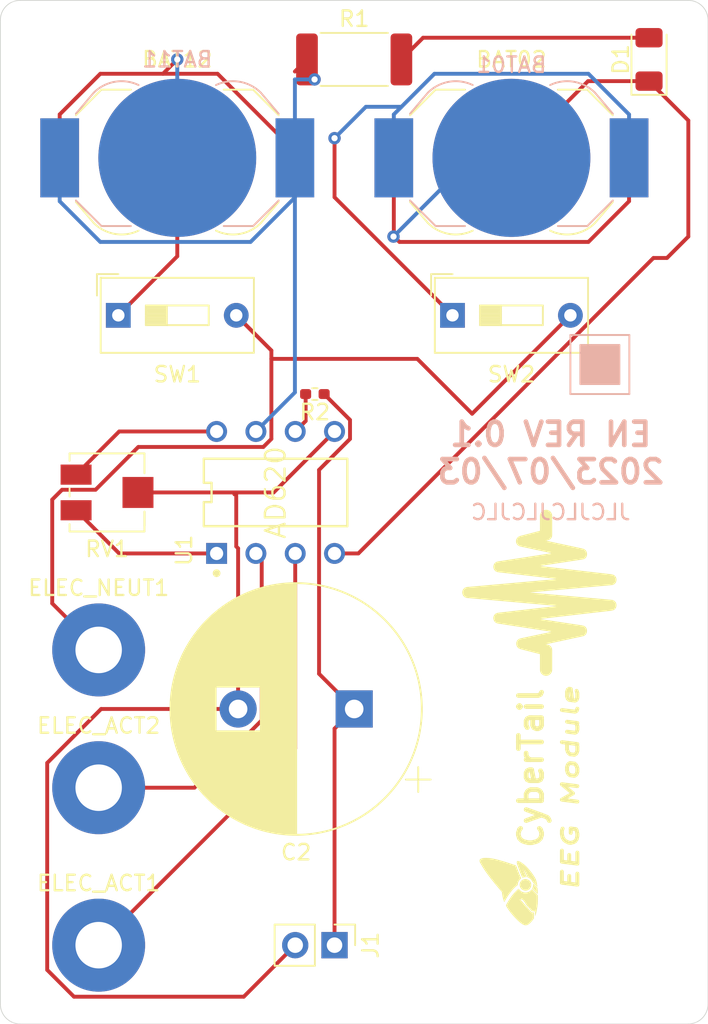
<source format=kicad_pcb>
(kicad_pcb (version 20211014) (generator pcbnew)
  (layers (0 "F.Cu" signal) (31 "B.Cu" signal) (34 "B.Paste" user) (35 "F.Paste" user) (36 "B.SilkS" user "B.Silkscreen") (37 "F.SilkS" user "F.Silkscreen") (38 "B.Mask" user) (39 "F.Mask" user) (44 "Edge.Cuts" user))
  (net 0 "")
  (net 1 "GND")
  (net 2 "Net-(C2-Pad1)")
  (net 3 "Net-(D1-Pad2)")
  (net 4 "Net-(ELEC_ACT1-Pad1)")
  (net 5 "Net-(ELEC_ACT2-Pad1)")
  (net 6 "GND2")
  (net 7 "Net-(R2-Pad2)")
  (net 8 "Net-(RV1-Pad3)")
  (net 9 "Net-(RV1-Pad1)")
  (net 10 "Net-(BAT01-Pad2)")
  (net 11 "Net-(BAT01-Pad1)")
  (net 12 "Net-(BAT02-Pad2)")
  (net 13 "Net-(BAT11-Pad2)")
  (net 14 "Net-(BAT11-Pad1)")
  (net 15 "Net-(BAT12-Pad2)")
  (footprint "Battery:BatteryHolder_LINX_BAT-HLD-012-SMT" (layer "F.Cu") (at 24.13 22.86)
    (fp_text reference "BAT12")
    (fp_text value "3V")
  )
  (footprint "Battery:BatteryHolder_LINX_BAT-HLD-012-SMT" (layer "F.Cu") (at 45.72 22.86)
    (fp_text reference "BAT02")
    (fp_text value "3V")
  )
  (footprint "Capacitor_THT:CP_Radial_D16.0mm_P7.50mm" (layer "F.Cu") (at 35.56 58.42 180)
    (fp_text reference "C2")
    (fp_text value "4.7 uF")
  )
  (footprint "LED_SMD:LED_1206_3216Metric" (layer "F.Cu") (at 54.61 16.51 90)
    (fp_text reference "D1")
    (fp_text value "LED")
  )
  (footprint "MountingHole:MountingHole_3mm_Pad" (layer "F.Cu") (at 19.05 73.66)
    (fp_text reference "ELEC_ACT1")
    (fp_text value "Electrode")
  )
  (footprint "MountingHole:MountingHole_3mm_Pad" (layer "F.Cu") (at 19.05 63.5)
    (fp_text reference "ELEC_ACT2")
    (fp_text value "Electrode")
  )
  (footprint "MountingHole:MountingHole_3mm_Pad" (layer "F.Cu") (at 19.05 54.61)
    (fp_text reference "ELEC_NEUT1")
    (fp_text value "Neutral")
  )
  (footprint "Connector_PinHeader_2.54mm:PinHeader_1x02_P2.54mm_Vertical" (layer "F.Cu") (at 34.29 73.66 -90)
    (fp_text reference "J1")
    (fp_text value "Output")
  )
  (footprint "Resistor_SMD:R_2512_6332Metric_Pad1.40x3.35mm_HandSolder" (layer "F.Cu") (at 35.56 16.51)
    (fp_text reference "R1")
    (fp_text value "R")
  )
  (footprint "Resistor_SMD:R_0402_1005Metric_Pad0.72x0.64mm_HandSolder" (layer "F.Cu") (at 33.02 38.1 180)
    (fp_text reference "R2")
    (fp_text value "1.8K")
  )
  (footprint "Potentiometer_SMD:Potentiometer_Bourns_3214J_Horizontal" (layer "F.Cu") (at 19.59 44.45 180)
    (fp_text reference "RV1")
    (fp_text value "1000")
  )
  (footprint "Button_Switch_THT:SW_DIP_SPSTx01_Slide_9.78x4.72mm_W7.62mm_P2.54mm" (layer "F.Cu") (at 20.32 33.02)
    (fp_text reference "SW1")
    (fp_text value "SW_DIP_x01")
  )
  (footprint "Button_Switch_THT:SW_DIP_SPSTx01_Slide_9.78x4.72mm_W7.62mm_P2.54mm" (layer "F.Cu") (at 41.91 33.02)
    (fp_text reference "SW2")
    (fp_text value "SW_DIP_x01")
  )
  (footprint "AD620:Analog_Devices_Inc-N-8-0-0-0" (layer "F.Cu") (at 30.48 44.45 90)
    (fp_text reference "U1")
    (fp_text value "AD620")
  )
  (footprint "Battery:BatteryHolder_LINX_BAT-HLD-012-SMT" (layer "B.Cu") (at 45.72 22.86)
    (fp_text reference "BAT01")
    (fp_text value "3V")
  )
  (footprint "Battery:BatteryHolder_LINX_BAT-HLD-012-SMT" (layer "B.Cu") (at 24.13 22.86)
    (fp_text reference "BAT11")
    (fp_text value "3V")
  )
  (gr_line (start 49.53 38.1) (end 49.53 34.29) (layer "B.SilkS") (width 0.12))
  (gr_line (start 53.34 38.1) (end 49.53 38.1) (layer "B.SilkS") (width 0.12))
  (gr_line (start 49.53 34.29) (end 53.34 34.29) (layer "B.SilkS") (width 0.12))
  (gr_line (start 53.34 34.29) (end 53.34 38.1) (layer "B.SilkS") (width 0.12))
  (gr_poly (pts (xy 52.705 37.465) (xy 50.165 37.465) (xy 50.165 34.925) (xy 52.705 34.925)) (layer "B.SilkS") (width 0.1) (fill solid))
  (gr_poly (pts (xy 47.385541 69.881374) (xy 47.384994 69.881193) (xy 47.3841 69.880656) (xy 47.381308 69.87855) (xy 47.377239 69.875127) (xy 47.371967 69.870458) (xy 47.358107 69.857665) (xy 47.340319 69.840737) (xy 47.319192 69.820243) (xy 47.295317 69.796749) (xy 47.269283 69.770824) (xy 47.241681 69.743035) (xy 47.203722 69.704303) (xy 47.172199 69.671356) (xy 47.146254 69.643168) (xy 47.125029 69.618709) (xy 47.115918 69.607557) (xy 47.107665 69.596953) (xy 47.100163 69.586767) (xy 47.093305 69.576871) (xy 47.086983 69.567137) (xy 47.08109 69.557437) (xy 47.070162 69.537622) (xy 47.060621 69.520144) (xy 47.050373 69.503073) (xy 47.039443 69.48643) (xy 47.027852 69.470239) (xy 47.015625 69.454521) (xy 47.002784 69.439299) (xy 46.989352 69.424595) (xy 46.975352 69.410433) (xy 46.960807 69.396833) (xy 46.945741 69.383819) (xy 46.930176 69.371413) (xy 46.914135 69.359637) (xy 46.897641 69.348514) (xy 46.880718 69.338066) (xy 46.863389 69.328316) (xy 46.845675 69.319286) (xy 46.771289 69.28328) (xy 46.690177 69.104547) (xy 46.661966 69.043765) (xy 46.634709 68.98775) (xy 46.608739 68.937094) (xy 46.584391 68.89239) (xy 46.562 68.854231) (xy 46.5419 68.823212) (xy 46.532814 68.810564) (xy 46.524425 68.799923) (xy 46.516777 68.791364) (xy 46.509911 68.78496) (xy 46.508946 68.784204) (xy 46.508066 68.783594) (xy 46.507271 68.783129) (xy 46.506563 68.782812) (xy 46.505941 68.782643) (xy 46.505663 68.782615) (xy 46.505406 68.782625) (xy 46.505171 68.782673) (xy 46.504958 68.782758) (xy 46.504767 68.782882) (xy 46.504598 68.783045) (xy 46.504451 68.783246) (xy 46.504325 68.783485) (xy 46.504222 68.783764) (xy 46.504141 68.784082) (xy 46.504045 68.784835) (xy 46.504037 68.785747) (xy 46.504119 68.786819) (xy 46.50429 68.788052) (xy 46.504551 68.789447) (xy 46.504902 68.791007) (xy 46.505344 68.792732) (xy 46.505876 68.794623) (xy 46.5065 68.796683) (xy 46.507215 68.798912) (xy 46.50892 68.803885) (xy 46.510995 68.809552) (xy 46.513443 68.815925) (xy 46.516265 68.823015) (xy 46.519466 68.830832) (xy 46.523047 68.839388) (xy 46.551664 68.907889) (xy 46.580836 68.978767) (xy 46.595982 69.014992) (xy 46.615362 69.059978) (xy 46.636483 69.107997) (xy 46.656851 69.153321) (xy 46.674884 69.193461) (xy 46.689651 69.227366) (xy 46.699628 69.251462) (xy 46.702344 69.258716) (xy 46.70329 69.262178) (xy 46.703186 69.262531) (xy 46.702878 69.262882) (xy 46.702371 69.263228) (xy 46.701669 69.263571) (xy 46.699705 69.264242) (xy 46.697025 69.264892) (xy 46.693671 69.265517) (xy 46.689684 69.266112) (xy 46.685104 69.266674) (xy 46.679971 69.267199) (xy 46.674327 69.267684) (xy 46.668213 69.268124) (xy 46.661668 69.268516) (xy 46.654733 69.268856) (xy 46.639859 69.269364) (xy 46.623915 69.269618) (xy 46.605545 69.27004) (xy 46.587018 69.271022) (xy 46.568599 69.272531) (xy 46.550551 69.274535) (xy 46.53314 69.276999) (xy 46.51663 69.279891) (xy 46.501284 69.283177) (xy 46.487366 69.286824) (xy 46.474167 69.290478) (xy 46.462284 69.29338) (xy 46.451768 69.295525) (xy 46.447038 69.296311) (xy 46.442667 69.296905) (xy 46.438662 69.297307) (xy 46.43503 69.297516) (xy 46.431776 69.297531) (xy 46.428906 69.297351) (xy 46.426427 69.296976) (xy 46.424344 69.296405) (xy 46.422665 69.295637) (xy 46.421394 69.294672) (xy 46.415127 69.284542) (xy 46.404797 69.263139) (xy 46.37391 69.191566) (xy 46.332652 69.09005) (xy 46.284941 68.96869) (xy 46.234695 68.837585) (xy 46.185832 68.706833) (xy 46.14227 68.586532) (xy 46.107928 68.486781) (xy 46.097132 68.452918) (xy 46.088025 68.421784) (xy 46.080618 68.393303) (xy 46.074921 68.367401) (xy 46.070944 68.344001) (xy 46.068698 68.323031) (xy 46.068193 68.304413) (xy 46.06944 68.288074) (xy 46.070724 68.280735) (xy 46.07245 68.273938) (xy 46.074619 68.267672) (xy 46.077233 68.26193) (xy 46.080292 68.256701) (xy 46.083798 68.251975) (xy 46.087753 68.247744) (xy 46.092158 68.243999) (xy 46.097014 68.240729) (xy 46.102322 68.237926) (xy 46.108084 68.235579) (xy 46.114301 68.23368) (xy 46.128105 68.231188) (xy 46.143745 68.230374) (xy 46.150741 68.230631) (xy 46.1582 68.231396) (xy 46.17445 68.23442) (xy 46.192386 68.239385) (xy 46.211901 68.246228) (xy 46.232887 68.254888) (xy 46.255236 68.265302) (xy 46.27884 68.277408) (xy 46.303591 68.291145) (xy 46.329382 68.30645) (xy 46.356104 68.323262) (xy 46.38365 68.341518) (xy 46.411912 68.361157) (xy 46.440781 68.382116) (xy 46.47015 68.404333) (xy 46.499911 68.427747) (xy 46.529956 68.452296) (xy 46.570476 68.486846) (xy 46.610958 68.52301) (xy 46.651372 68.560753) (xy 46.691688 68.60004) (xy 46.731875 68.640835) (xy 46.771903 68.683103) (xy 46.811742 68.726809) (xy 46.85136 68.771918) (xy 46.890729 68.818393) (xy 46.929816 68.866201) (xy 46.968592 68.915305) (xy 47.007027 68.96567) (xy 47.045089 69.017262) (xy 47.082749 69.070044) (xy 47.119976 69.123982) (xy 47.15674 69.179041) (xy 47.181611 69.217446) (xy 47.204341 69.253764) (xy 47.225066 69.288346) (xy 47.243924 69.321546) (xy 47.26105 69.353718) (xy 47.276583 69.385215) (xy 47.290658 69.416389) (xy 47.303413 69.447595) (xy 47.314985 69.479186) (xy 47.325509 69.511515) (xy 47.335124 69.544934) (xy 47.343967 69.579799) (xy 47.352173 69.616461) (xy 47.35988 69.655274) (xy 47.367224 69.696592) (xy 47.374343 69.740767) (xy 47.386173 69.819015) (xy 47.389552 69.843879) (xy 47.39139 69.861095) (xy 47.391765 69.867272) (xy 47.391796 69.872059) (xy 47.391498 69.875631) (xy 47.390883 69.878164) (xy 47.389966 69.87983) (xy 47.388761 69.880804) (xy 47.387281 69.881261) (xy 47.385541 69.881374)) (layer "F.SilkS") (width 0.009071) (fill solid))
  (gr_poly (pts (xy 46.803083 71.205802) (xy 46.775409 71.174446) (xy 46.744096 71.136922) (xy 46.711579 71.096419) (xy 46.680292 71.056129) (xy 46.65267 71.019239) (xy 46.631147 70.98894) (xy 46.623434 70.977259) (xy 46.618158 70.968422) (xy 46.615625 70.962827) (xy 46.615481 70.961371) (xy 46.616137 70.960874) (xy 46.619022 70.963544) (xy 46.625674 70.971117) (xy 46.648208 70.998342) (xy 46.715661 71.082712) (xy 46.785288 71.171931) (xy 46.810539 71.205217) (xy 46.823881 71.223945) (xy 46.824275 71.224601) (xy 46.824587 71.225167) (xy 46.824821 71.225643) (xy 46.824977 71.226031) (xy 46.825056 71.226331) (xy 46.825059 71.226546) (xy 46.825033 71.226622) (xy 46.824989 71.226677) (xy 46.824926 71.22671) (xy 46.824846 71.226723) (xy 46.824632 71.226688) (xy 46.824347 71.226571) (xy 46.823994 71.226374) (xy 46.823574 71.226098) (xy 46.823088 71.225744) (xy 46.822537 71.225314) (xy 46.821246 71.224229) (xy 46.819713 71.222851) (xy 46.817948 71.22119) (xy 46.815961 71.219256) (xy 46.813764 71.217057) (xy 46.811367 71.214603) (xy 46.808781 71.211903) (xy 46.806016 71.208966) (xy 46.803083 71.205802)) (layer "F.SilkS") (width 0.009071) (fill solid))
  (gr_poly (pts (xy 46.277924 69.410112) (xy 46.262906 69.42514) (xy 46.248635 69.440628) (xy 46.235115 69.456571) (xy 46.222348 69.472961) (xy 46.210338 69.489792) (xy 46.199089 69.507056) (xy 46.188604 69.524747) (xy 46.178887 69.542859) (xy 46.169941 69.561383) (xy 46.161769 69.580314) (xy 46.154376 69.599644) (xy 46.147764 69.619367) (xy 46.141937 69.639476) (xy 46.136898 69.659965) (xy 46.132652 69.680825) (xy 46.129201 69.702051) (xy 46.117907 69.781263) (xy 46.045477 69.839271) (xy 45.998244 69.878862) (xy 45.949826 69.922834) (xy 45.900499 69.970834) (xy 45.850537 70.022505) (xy 45.800215 70.077494) (xy 45.749809 70.135444) (xy 45.699592 70.196003) (xy 45.64984 70.258814) (xy 45.600828 70.323523) (xy 45.55283 70.389775) (xy 45.506121 70.457215) (xy 45.460977 70.525488) (xy 45.417671 70.59424) (xy 45.376479 70.663115) (xy 45.337676 70.731759) (xy 45.301536 70.799817) (xy 45.294173 70.813933) (xy 45.287075 70.827103) (xy 45.280414 70.839039) (xy 45.27436 70.849453) (xy 45.269085 70.858057) (xy 45.264763 70.864561) (xy 45.263012 70.866937) (xy 45.261563 70.868679) (xy 45.260439 70.869752) (xy 45.259659 70.870121) (xy 45.25876 70.869635) (xy 45.25758 70.868197) (xy 45.254436 70.862653) (xy 45.250357 70.853857) (xy 45.245468 70.842178) (xy 45.233775 70.811651) (xy 45.22038 70.774026) (xy 45.206305 70.732257) (xy 45.192572 70.689297) (xy 45.180204 70.648102) (xy 45.170221 70.611624) (xy 45.162083 70.577585) (xy 45.1535 70.537908) (xy 45.144791 70.49436) (xy 45.136275 70.448713) (xy 45.128271 70.402735) (xy 45.1211 70.358197) (xy 45.115078 70.316868) (xy 45.110526 70.280517) (xy 45.10395 70.221553) (xy 44.998749 70.102282) (xy 44.914587 70.005479) (xy 44.822551 69.897164) (xy 44.627027 69.660935) (xy 44.436519 69.423465) (xy 44.350752 69.313599) (xy 44.275368 69.214624) (xy 44.192651 69.103271) (xy 44.118103 69.00064) (xy 44.050228 68.904495) (xy 43.987529 68.812599) (xy 43.928506 68.722718) (xy 43.871665 68.632615) (xy 43.815507 68.540054) (xy 43.758534 68.442798) (xy 43.730865 68.39459) (xy 43.709571 68.356629) (xy 43.693774 68.326885) (xy 43.687661 68.314461) (xy 43.682592 68.303329) (xy 43.678457 68.293237) (xy 43.675145 68.28393) (xy 43.672547 68.275155) (xy 43.670553 68.266658) (xy 43.669052 68.258185) (xy 43.667935 68.249483) (xy 43.66641 68.230374) (xy 43.665539 68.213142) (xy 43.665339 68.20564) (xy 43.665314 68.198783) (xy 43.66548 68.192496) (xy 43.665851 68.186704) (xy 43.666441 68.181333) (xy 43.667264 68.176309) (xy 43.668336 68.171556) (xy 43.66967 68.167002) (xy 43.671281 68.16257) (xy 43.673183 68.158188) (xy 43.675391 68.15378) (xy 43.67792 68.149273) (xy 43.680782 68.144591) (xy 43.683994 68.13966) (xy 43.688733 68.133042) (xy 43.693977 68.126627) (xy 43.699725 68.120415) (xy 43.705975 68.114406) (xy 43.712725 68.108601) (xy 43.719973 68.103001) (xy 43.727717 68.097606) (xy 43.735957 68.092416) (xy 43.744689 68.087432) (xy 43.753913 68.082655) (xy 43.763625 68.078085) (xy 43.773826 68.073722) (xy 43.795682 68.065621) (xy 43.819466 68.058356) (xy 43.845165 68.05193) (xy 43.872764 68.046349) (xy 43.902249 68.041615) (xy 43.933604 68.037733) (xy 43.966817 68.034707) (xy 44.001872 68.032541) (xy 44.038755 68.031238) (xy 44.077452 68.030803) (xy 44.138894 68.031883) (xy 44.202762 68.035153) (xy 44.26926 68.040658) (xy 44.338589 68.048442) (xy 44.410951 68.058549) (xy 44.48655 68.071024) (xy 44.565587 68.085912) (xy 44.648265 68.103257) (xy 44.734786 68.123103) (xy 44.825353 68.145496) (xy 45.019433 68.198096) (xy 45.232125 68.261414) (xy 45.465047 68.335805) (xy 45.739854 68.426336) (xy 45.896448 68.478809) (xy 45.971162 68.50569) (xy 45.989167 68.513428) (xy 46.000327 68.519442) (xy 46.002226 68.520706) (xy 46.004135 68.522189) (xy 46.006068 68.523916) (xy 46.008034 68.525915) (xy 46.010045 68.528209) (xy 46.012114 68.530827) (xy 46.014251 68.533793) (xy 46.016468 68.537134) (xy 46.018778 68.540876) (xy 46.02119 68.545045) (xy 46.02637 68.554766) (xy 46.032102 68.566506) (xy 46.038478 68.580473) (xy 46.04559 68.596875) (xy 46.053531 68.61592) (xy 46.062393 68.637816) (xy 46.072268 68.662771) (xy 46.083249 68.690992) (xy 46.095428 68.722689) (xy 46.12375 68.797339) (xy 46.166917 68.91029) (xy 46.21109 69.023357) (xy 46.251084 69.123417) (xy 46.281716 69.197344) (xy 46.304489 69.251161) (xy 46.323085 69.296465) (xy 46.335589 69.328495) (xy 46.338958 69.338043) (xy 46.340085 69.342487) (xy 46.339986 69.342985) (xy 46.339728 69.343632) (xy 46.338751 69.345349) (xy 46.337188 69.347604) (xy 46.335069 69.350363) (xy 46.332427 69.35359) (xy 46.329293 69.357252) (xy 46.325699 69.361313) (xy 46.321678 69.365738) (xy 46.312479 69.375545) (xy 46.30195 69.386394) (xy 46.290347 69.398009) (xy 46.277924 69.410112)) (layer "F.SilkS") (width 0.009071) (fill solid))
  (gr_poly (pts (xy 46.28849 71.098316) (xy 46.283488 71.089301) (xy 46.276204 71.078396) (xy 46.266911 71.065886) (xy 46.255881 71.052055) (xy 46.243385 71.03719) (xy 46.229695 71.021574) (xy 46.199821 70.989234) (xy 46.168433 70.957315) (xy 46.152851 70.942227) (xy 46.137706 70.928099) (xy 46.12327 70.915217) (xy 46.109814 70.903866) (xy 46.097611 70.894331) (xy 46.086932 70.886897) (xy 46.076936 70.880801) (xy 46.067279 70.875532) (xy 46.057942 70.871089) (xy 46.048909 70.867472) (xy 46.040161 70.864683) (xy 46.035888 70.863598) (xy 46.03168 70.86272) (xy 46.027535 70.862049) (xy 46.02345 70.861585) (xy 46.019423 70.861328) (xy 46.015452 70.861278) (xy 46.011534 70.861434) (xy 46.007668 70.861798) (xy 46.003851 70.862369) (xy 46.000081 70.863146) (xy 45.996356 70.864131) (xy 45.992674 70.865323) (xy 45.989032 70.866722) (xy 45.985428 70.868328) (xy 45.98186 70.870142) (xy 45.978326 70.872162) (xy 45.974824 70.87439) (xy 45.97135 70.876825) (xy 45.964483 70.882318) (xy 45.957707 70.88864) (xy 45.953125 70.893276) (xy 45.949089 70.897522) (xy 45.945572 70.901481) (xy 45.943998 70.903385) (xy 45.942543 70.905256) (xy 45.941202 70.907107) (xy 45.939973 70.908949) (xy 45.938852 70.910797) (xy 45.937835 70.912663) (xy 45.936919 70.91456) (xy 45.936099 70.9165) (xy 45.935373 70.918497) (xy 45.934737 70.920563) (xy 45.934186 70.922712) (xy 45.933719 70.924955) (xy 45.933329 70.927306) (xy 45.933016 70.929778) (xy 45.932773 70.932383) (xy 45.932599 70.935135) (xy 45.93249 70.938045) (xy 45.932441 70.941128) (xy 45.932511 70.94786) (xy 45.932781 70.955433) (xy 45.933222 70.963951) (xy 45.933805 70.973516) (xy 45.934393 70.981704) (xy 45.935092 70.989394) (xy 45.935918 70.996641) (xy 45.936888 71.003496) (xy 45.93802 71.010014) (xy 45.939331 71.016248) (xy 45.940836 71.022251) (xy 45.942554 71.028076) (xy 45.944502 71.033778) (xy 45.946695 71.039408) (xy 45.949152 71.04502) (xy 45.951889 71.050669) (xy 45.954923 71.056406) (xy 45.958271 71.062286) (xy 45.96195 71.068361) (xy 45.965977 71.074686) (xy 45.973161 71.084823) (xy 45.981964 71.095731) (xy 45.992191 71.107245) (xy 46.003643 71.119206) (xy 46.016125 71.131451) (xy 46.029441 71.143819) (xy 46.043393 71.156148) (xy 46.057787 71.168276) (xy 46.072424 71.180041) (xy 46.087109 71.191283) (xy 46.101645 71.201839) (xy 46.115836 71.211547) (xy 46.129486 71.220246) (xy 46.142397 71.227775) (xy 46.154374 71.233971) (xy 46.16522 71.238673) (xy 46.174649 71.24197) (xy 46.183872 71.244596) (xy 46.192874 71.246568) (xy 46.20164 71.247903) (xy 46.210153 71.248621) (xy 46.2184 71.248737) (xy 46.226363 71.24827) (xy 46.234029 71.247237) (xy 46.241381 71.245656) (xy 46.248404 71.243544) (xy 46.255083 71.240919) (xy 46.261402 71.237798) (xy 46.267346 71.234199) (xy 46.272899 71.230139) (xy 46.278046 71.225637) (xy 46.282772 71.220708) (xy 46.287061 71.215372) (xy 46.290897 71.209646) (xy 46.294266 71.203547) (xy 46.297152 71.197092) (xy 46.299539 71.1903) (xy 46.301413 71.183188) (xy 46.302757 71.175773) (xy 46.303556 71.168073) (xy 46.303795 71.160105) (xy 46.303459 71.151888) (xy 46.302531 71.143438) (xy 46.300998 71.134773) (xy 46.298842 71.125911) (xy 46.296049 71.116869) (xy 46.292604 71.107665) (xy 46.28849 71.098316)) (layer "F.SilkS") (width 0.009071) (fill solid))
  (gr_poly (pts (xy 48.26 55.88) (xy 48.26 54.62261) (xy 48.259198 54.601002) (xy 48.256806 54.579695) (xy 48.252843 54.558791) (xy 48.247327 54.538391) (xy 48.240277 54.518593) (xy 48.231712 54.4995) (xy 48.22165 54.481212) (xy 48.210112 54.463829) (xy 48.203795 54.455508) (xy 48.197116 54.447452) (xy 48.190076 54.439671) (xy 48.18268 54.432181) (xy 48.174928 54.424992) (xy 48.166823 54.418117) (xy 48.158368 54.411569) (xy 48.149565 54.40536) (xy 48.140416 54.399504) (xy 48.130924 54.394012) (xy 48.12109 54.388897) (xy 48.110919 54.384172) (xy 48.100411 54.37985) (xy 48.089569 54.375942) (xy 48.078395 54.372462) (xy 48.066892 54.369421) (xy 47.513296 54.24496) (xy 50.315588 53.639876) (xy 50.338973 53.633599) (xy 50.360849 53.625322) (xy 50.381214 53.615182) (xy 50.400069 53.603314) (xy 50.417411 53.589856) (xy 50.433241 53.574944) (xy 50.447557 53.558715) (xy 50.460359 53.541307) (xy 50.471646 53.522854) (xy 50.481417 53.503495) (xy 50.489671 53.483366) (xy 50.496407 53.462604) (xy 50.501626 53.441345) (xy 50.505325 53.419726) (xy 50.507504 53.397884) (xy 50.508163 53.375955) (xy 50.5073 53.354077) (xy 50.504915 53.332386) (xy 50.501007 53.311019) (xy 50.495575 53.290112) (xy 50.488618 53.269802) (xy 50.480136 53.250226) (xy 50.470128 53.231521) (xy 50.458592 53.213822) (xy 50.445529 53.197268) (xy 50.430937 53.181995) (xy 50.414816 53.168139) (xy 50.397164 53.155838) (xy 50.377981 53.145227) (xy 50.357267 53.136444) (xy 50.335019 53.129625) (xy 50.311239 53.124908) (xy 46.86952 52.601368) (xy 52.177999 51.987693) (xy 52.206829 51.982878) (xy 52.233775 51.975778) (xy 52.25884 51.966549) (xy 52.282026 51.955346) (xy 52.303336 51.942322) (xy 52.322771 51.927634) (xy 52.340335 51.911435) (xy 52.356029 51.893881) (xy 52.369856 51.875126) (xy 52.381819 51.855326) (xy 52.391918 51.834634) (xy 52.400158 51.813206) (xy 52.406541 51.791197) (xy 52.411068 51.768761) (xy 52.413742 51.746053) (xy 52.414566 51.723228) (xy 52.413541 51.70044) (xy 52.410671 51.677846) (xy 52.405957 51.655598) (xy 52.399402 51.633853) (xy 52.391008 51.612764) (xy 52.380778 51.592488) (xy 52.368715 51.573178) (xy 52.354819 51.554989) (xy 52.339094 51.538076) (xy 52.321542 51.522594) (xy 52.302166 51.508698) (xy 52.280968 51.496542) (xy 52.257949 51.486282) (xy 52.233113 51.478071) (xy 52.206463 51.472066) (xy 52.177999 51.46842) (xy 45.84815 50.901965) (xy 52.173711 50.339776) (xy 52.202943 50.335754) (xy 52.230289 50.329419) (xy 52.255748 50.320925) (xy 52.279322 50.310425) (xy 52.30101 50.29807) (xy 52.320812 50.284013) (xy 52.338728 50.268406) (xy 52.354758 50.251402) (xy 52.368903 50.233154) (xy 52.381161 50.213814) (xy 52.391534 50.193534) (xy 52.40002 50.172466) (xy 52.406621 50.150763) (xy 52.411336 50.128579) (xy 52.414164 50.106064) (xy 52.415107 50.083371) (xy 52.414164 50.060653) (xy 52.411336 50.038063) (xy 52.406621 50.015752) (xy 52.40002 49.993873) (xy 52.391534 49.972579) (xy 52.381161 49.952022) (xy 52.368903 49.932354) (xy 52.354758 49.913729) (xy 52.338728 49.896297) (xy 52.320812 49.880213) (xy 52.30101 49.865627) (xy 52.279322 49.852693) (xy 52.255748 49.841563) (xy 52.230289 49.83239) (xy 52.202943 49.825326) (xy 52.173711 49.820523) (xy 46.86952 49.206847) (xy 50.315519 48.679003) (xy 50.339294 48.674299) (xy 50.361535 48.667517) (xy 50.382242 48.65879) (xy 50.401415 48.648254) (xy 50.419055 48.636042) (xy 50.435161 48.622289) (xy 50.449732 48.60713) (xy 50.46277 48.590698) (xy 50.474274 48.573128) (xy 50.484244 48.554555) (xy 50.49268 48.535112) (xy 50.499583 48.514935) (xy 50.504951 48.494157) (xy 50.508786 48.472913) (xy 50.511087 48.451337) (xy 50.511854 48.429564) (xy 50.511087 48.407728) (xy 50.508786 48.385963) (xy 50.504951 48.364404) (xy 50.499583 48.343185) (xy 50.49268 48.322441) (xy 50.484244 48.302305) (xy 50.474274 48.282913) (xy 50.46277 48.264398) (xy 50.449732 48.246895) (xy 50.435161 48.230539) (xy 50.419055 48.215463) (xy 50.401415 48.201802) (xy 50.382242 48.189691) (xy 50.361535 48.179263) (xy 50.339294 48.170654) (xy 50.315519 48.163997) (xy 47.547552 47.567503) (xy 48.066824 47.438831) (xy 48.079837 47.435031) (xy 48.092329 47.430887) (xy 48.104307 47.426407) (xy 48.115779 47.421599) (xy 48.126751 47.416471) (xy 48.13723 47.41103) (xy 48.147224 47.405284) (xy 48.156739 47.399242) (xy 48.165783 47.392911) (xy 48.174363 47.386299) (xy 48.182485 47.379413) (xy 48.190157 47.372262) (xy 48.197386 47.364854) (xy 48.204179 47.357196) (xy 48.210543 47.349296) (xy 48.216485 47.341163) (xy 48.222012 47.332803) (xy 48.227131 47.324225) (xy 48.231849 47.315437) (xy 48.236174 47.306446) (xy 48.240113 47.297261) (xy 48.243671 47.287888) (xy 48.246858 47.278337) (xy 48.249678 47.268615) (xy 48.254252 47.248689) (xy 48.257449 47.228173) (xy 48.259326 47.20713) (xy 48.259939 47.185623) (xy 48.259939 45.966788) (xy 48.259552 45.950812) (xy 48.258404 45.935081) (xy 48.256512 45.91961) (xy 48.253896 45.904418) (xy 48.250572 45.889522) (xy 48.246558 45.874938) (xy 48.241874 45.860685) (xy 48.236537 45.846779) (xy 48.230565 45.833238) (xy 48.223976 45.820078) (xy 48.216788 45.807318) (xy 48.20902 45.794975) (xy 48.200689 45.783065) (xy 48.191813 45.771607) (xy 48.182411 45.760616) (xy 48.1725 45.750112) (xy 48.162099 45.74011) (xy 48.151226 45.730628) (xy 48.139899 45.721684) (xy 48.128135 45.713294) (xy 48.115953 45.705476) (xy 48.103372 45.698248) (xy 48.090408 45.691626) (xy 48.077081 45.685627) (xy 48.063408 45.68027) (xy 48.049407 45.675571) (xy 48.035096 45.671548) (xy 48.020494 45.668217) (xy 48.005618 45.665596) (xy 47.990487 45.663703) (xy 47.975119 45.662555) (xy 47.959531 45.662168) (xy 47.943934 45.662555) (xy 47.928531 45.663703) (xy 47.913344 45.665596) (xy 47.898392 45.668217) (xy 47.883694 45.671548) (xy 47.86927 45.675571) (xy 47.85514 45.68027) (xy 47.841324 45.685627) (xy 47.827841 45.691626) (xy 47.81471 45.698248) (xy 47.801952 45.705476) (xy 47.789586 45.713294) (xy 47.777632 45.721683) (xy 47.766108 45.730628) (xy 47.755036 45.740109) (xy 47.744435 45.750111) (xy 47.734324 45.760616) (xy 47.724723 45.771606) (xy 47.715651 45.783065) (xy 47.707128 45.794975) (xy 47.699175 45.807318) (xy 47.69181 45.820078) (xy 47.685053 45.833237) (xy 47.678924 45.846778) (xy 47.673443 45.860684) (xy 47.668628 45.874938) (xy 47.6645 45.889521) (xy 47.661079 45.904418) (xy 47.658384 45.91961) (xy 47.656435 45.935081) (xy 47.655251 45.950812) (xy 47.654852 45.966788) (xy 47.654852 46.996744) (xy 46.324506 47.340049) (xy 46.298393 47.34814) (xy 46.273964 47.357853) (xy 46.25122 47.369079) (xy 46.230161 47.381705) (xy 46.210786 47.39562) (xy 46.193097 47.410712) (xy 46.177092 47.42687) (xy 46.162771 47.443982) (xy 46.150136 47.461936) (xy 46.139185 47.480621) (xy 46.129919 47.499926) (xy 46.122338 47.519738) (xy 46.116441 47.539946) (xy 46.112229 47.560439) (xy 46.109702 47.581104) (xy 46.10886 47.601832) (xy 46.109702 47.622509) (xy 46.112229 47.643024) (xy 46.116441 47.663266) (xy 46.122338 47.683123) (xy 46.129919 47.702483) (xy 46.139185 47.721236) (xy 46.150136 47.739269) (xy 46.162771 47.75647) (xy 46.177092 47.772729) (xy 46.193097 47.787933) (xy 46.210786 47.801972) (xy 46.230161 47.814733) (xy 46.25122 47.826105) (xy 46.273964 47.835976) (xy 46.298393 47.844234) (xy 46.324506 47.850769) (xy 48.830717 48.3829) (xy 44.878317 48.987984) (xy 44.84989 48.993517) (xy 44.823345 49.00117) (xy 44.798678 49.0108) (xy 44.775885 49.022264) (xy 44.754963 49.035419) (xy 44.735907 49.050123) (xy 44.718713 49.066231) (xy 44.703378 49.083601) (xy 44.689897 49.102091) (xy 44.678267 49.121556) (xy 44.668483 49.141854) (xy 44.660543 49.162843) (xy 44.654441 49.184378) (xy 44.650174 49.206317) (xy 44.647738 49.228517) (xy 44.647129 49.250835) (xy 44.648343 49.273128) (xy 44.651376 49.295252) (xy 44.656225 49.317066) (xy 44.662885 49.338425) (xy 44.671353 49.359188) (xy 44.681624 49.37921) (xy 44.693694 49.398349) (xy 44.707561 49.416461) (xy 44.723219 49.433405) (xy 44.740665 49.449036) (xy 44.759895 49.463212) (xy 44.780904 49.475789) (xy 44.80369 49.486626) (xy 44.828248 49.495578) (xy 44.854575 49.502503) (xy 44.882665 49.507257) (xy 49.573187 50.047958) (xy 42.878568 50.640186) (xy 42.849337 50.643881) (xy 42.821992 50.650028) (xy 42.796533 50.658465) (xy 42.77296 50.669029) (xy 42.751273 50.681557) (xy 42.731471 50.695887) (xy 42.713555 50.711856) (xy 42.697526 50.729302) (xy 42.683382 50.748061) (xy 42.671124 50.767972) (xy 42.660751 50.788871) (xy 42.652265 50.810596) (xy 42.645664 50.832984) (xy 42.64095 50.855873) (xy 42.638121 50.879099) (xy 42.637178 50.902501) (xy 42.638121 50.925915) (xy 42.64095 50.949179) (xy 42.645664 50.972131) (xy 42.652265 50.994607) (xy 42.660751 51.016444) (xy 42.671124 51.037482) (xy 42.683382 51.057555) (xy 42.697526 51.076503) (xy 42.713555 51.094162) (xy 42.731471 51.11037) (xy 42.751273 51.124964) (xy 42.77296 51.137781) (xy 42.796533 51.148659) (xy 42.821992 51.157435) (xy 42.849337 51.163946) (xy 42.878568 51.16803) (xy 49.573187 51.760239) (xy 44.882665 52.300959) (xy 44.853823 52.305323) (xy 44.826841 52.311881) (xy 44.801718 52.320493) (xy 44.778453 52.331014) (xy 44.757046 52.343301) (xy 44.737496 52.357212) (xy 44.719801 52.372604) (xy 44.703962 52.389333) (xy 44.689978 52.407256) (xy 44.677846 52.426231) (xy 44.667568 52.446114) (xy 44.659142 52.466762) (xy 44.652567 52.488033) (xy 44.647843 52.509784) (xy 44.644968 52.53187) (xy 44.643942 52.55415) (xy 44.644763 52.57648) (xy 44.647433 52.598717) (xy 44.651948 52.620719) (xy 44.65831 52.642342) (xy 44.666516 52.663443) (xy 44.676566 52.683879) (xy 44.68846 52.703508) (xy 44.702196 52.722185) (xy 44.717773 52.739769) (xy 44.735192 52.756116) (xy 44.75445 52.771083) (xy 44.775548 52.784527) (xy 44.798484 52.796305) (xy 44.823259 52.806274) (xy 44.849869 52.814291) (xy 44.878317 52.820213) (xy 48.830717 53.425316) (xy 46.324529 53.953161) (xy 46.300365 53.959717) (xy 46.27776 53.968043) (xy 46.256713 53.978024) (xy 46.237226 53.989545) (xy 46.219297 54.002489) (xy 46.202928 54.016742) (xy 46.188118 54.032188) (xy 46.174866 54.04871) (xy 46.163174 54.066195) (xy 46.15304 54.084526) (xy 46.144466 54.103588) (xy 46.137451 54.123265) (xy 46.131994 54.143442) (xy 46.128097 54.164003) (xy 46.125758 54.184833) (xy 46.124979 54.205816) (xy 46.125758 54.226837) (xy 46.128097 54.24778) (xy 46.131994 54.268529) (xy 46.137451 54.28897) (xy 46.144466 54.308987) (xy 46.15304 54.328464) (xy 46.163174 54.347285) (xy 46.174866 54.365336) (xy 46.188118 54.3825) (xy 46.202928 54.398662) (xy 46.219297 54.413707) (xy 46.237226 54.427519) (xy 46.256713 54.439983) (xy 46.27776 54.450983) (xy 46.300365 54.460403) (xy 46.324529 54.468129) (xy 47.654874 54.811434) (xy 47.654874 55.88) (xy 47.655277 55.895989) (xy 47.656464 55.911759) (xy 47.658417 55.927289) (xy 47.661114 55.942562) (xy 47.664538 55.957558) (xy 47.668668 55.972259) (xy 47.673485 55.986645) (xy 47.678968 56.000698) (xy 47.685099 56.014399) (xy 47.691857 56.027729) (xy 47.699223 56.040669) (xy 47.707178 56.053201) (xy 47.715702 56.065305) (xy 47.724774 56.076963) (xy 47.734376 56.088155) (xy 47.744488 56.098863) (xy 47.75509 56.109069) (xy 47.766163 56.118753) (xy 47.777687 56.127896) (xy 47.789642 56.13648) (xy 47.802008 56.144485) (xy 47.814767 56.151893) (xy 47.827898 56.158685) (xy 47.841381 56.164842) (xy 47.855198 56.170346) (xy 47.869328 56.175176) (xy 47.883752 56.179316) (xy 47.89845 56.182745) (xy 47.913403 56.185445) (xy 47.928591 56.187396) (xy 47.943994 56.188581) (xy 47.959592 56.18898) (xy 47.975179 56.188581) (xy 47.990547 56.187396) (xy 48.005678 56.185445) (xy 48.020553 56.182745) (xy 48.035155 56.179316) (xy 48.049465 56.175176) (xy 48.063466 56.170346) (xy 48.077139 56.164842) (xy 48.090466 56.158685) (xy 48.103429 56.151893) (xy 48.116011 56.144485) (xy 48.128193 56.13648) (xy 48.139956 56.127896) (xy 48.151284 56.118753) (xy 48.162157 56.109069) (xy 48.172558 56.098863) (xy 48.182469 56.088155) (xy 48.191872 56.076963) (xy 48.200747 56.065305) (xy 48.209079 56.053201) (xy 48.216847 56.040669) (xy 48.224035 56.027729) (xy 48.230625 56.014399) (xy 48.236597 56.000698) (xy 48.241934 55.986645) (xy 48.246619 55.972259) (xy 48.250632 55.957558) (xy 48.253956 55.942562) (xy 48.256573 55.927289) (xy 48.258465 55.911759) (xy 48.259613 55.895989) (xy 48.26 55.88)) (layer "F.SilkS") (width 0.187978) (fill solid))
  (gr_poly (pts (xy 46.99 69.85) (xy 46.982375 69.877293) (xy 46.973038 69.903546) (xy 46.96204 69.928711) (xy 46.949429 69.95274) (xy 46.935257 69.975587) (xy 46.919571 69.997205) (xy 46.902422 70.017546) (xy 46.88386 70.036562) (xy 46.863933 70.054208) (xy 46.842691 70.070435) (xy 46.820185 70.085196) (xy 46.796463 70.098445) (xy 46.771575 70.110133) (xy 46.745571 70.120214) (xy 46.7185 70.12864) (xy 46.690412 70.135365) (xy 46.6705 70.138729) (xy 46.650299 70.140739) (xy 46.629881 70.14142) (xy 46.609318 70.140791) (xy 46.588681 70.138876) (xy 46.568042 70.135696) (xy 46.547472 70.131273) (xy 46.527043 70.12563) (xy 46.506827 70.118787) (xy 46.486894 70.110768) (xy 46.467317 70.101594) (xy 46.448167 70.091287) (xy 46.429515 70.079869) (xy 46.411434 70.067363) (xy 46.393994 70.053789) (xy 46.377267 70.03917) (xy 46.362833 70.025137) (xy 46.349293 70.010612) (xy 46.336649 69.99563) (xy 46.324902 69.98022) (xy 46.314052 69.964415) (xy 46.3041 69.948248) (xy 46.295047 69.931749) (xy 46.286893 69.914951) (xy 46.27964 69.897887) (xy 46.273289 69.880587) (xy 46.26784 69.863083) (xy 46.263294 69.845409) (xy 46.259652 69.827595) (xy 46.256915 69.809673) (xy 46.255084 69.791676) (xy 46.254158 69.773635) (xy 46.254141 69.755583) (xy 46.255031 69.737551) (xy 46.25683 69.719571) (xy 46.259539 69.701675) (xy 46.263159 69.683895) (xy 46.26769 69.666263) (xy 46.273134 69.648811) (xy 46.27949 69.631571) (xy 46.286761 69.614575) (xy 46.294946 69.597854) (xy 46.304047 69.581441) (xy 46.314064 69.565367) (xy 46.324999 69.549665) (xy 46.336852 69.534367) (xy 46.349624 69.519503) (xy 46.363315 69.505107) (xy 46.379864 69.489547) (xy 46.397276 69.475064) (xy 46.415472 69.461683) (xy 46.43437 69.449431) (xy 46.453889 69.438335) (xy 46.473948 69.42842) (xy 46.494466 69.419713) (xy 46.515362 69.412241) (xy 46.536555 69.40603) (xy 46.557963 69.401105) (xy 46.579506 69.397495) (xy 46.601103 69.395224) (xy 46.622672 69.39432) (xy 46.644132 69.394808) (xy 46.665403 69.396715) (xy 46.686404 69.400067) (xy 46.715688 69.406842) (xy 46.743873 69.415444) (xy 46.770903 69.42582) (xy 46.796725 69.437919) (xy 46.821284 69.451686) (xy 46.844526 69.467068) (xy 46.866396 69.484014) (xy 46.88684 69.502469) (xy 46.905805 69.522382) (xy 46.923234 69.543699) (xy 46.939075 69.566367) (xy 46.953272 69.590333) (xy 46.965772 69.615545) (xy 46.97652 69.64195) (xy 46.985461 69.669494) (xy 46.992542 69.698125) (xy 46.994716 69.708901) (xy 46.996585 69.719159) (xy 46.998148 69.728972) (xy 46.999403 69.738415) (xy 47.000348 69.747562) (xy 47.000984 69.756489) (xy 47.001308 69.765269) (xy 47.001319 69.773977) (xy 47.001016 69.782688) (xy 47.000398 69.791477) (xy 46.999463 69.800417) (xy 46.998211 69.809583) (xy 46.996639 69.81905) (xy 46.994748 69.828892) (xy 46.992535 69.839184) (xy 46.989999 69.85) (xy 46.99 69.85)) (layer "F.SilkS") (width 0.009071) (fill solid))
  (gr_poly (pts (xy 45.838397 69.04865) (xy 45.819834 69.025473) (xy 45.800096 69.002601) (xy 45.779355 68.980167) (xy 45.757786 68.958302) (xy 45.735561 68.937138) (xy 45.712853 68.916807) (xy 45.689834 68.897442) (xy 45.666679 68.879174) (xy 45.643559 68.862135) (xy 45.620648 68.846457) (xy 45.598118 68.832272) (xy 45.576143 68.819712) (xy 45.554896 68.808909) (xy 45.534549 68.799995) (xy 45.515276 68.793102) (xy 45.497249 68.788362) (xy 45.442369 68.776909) (xy 45.442369 68.860464) (xy 45.442369 68.944019) (xy 45.345829 68.896282) (xy 45.324843 68.88617) (xy 45.302183 68.875726) (xy 45.278567 68.865251) (xy 45.25471 68.855047) (xy 45.23133 68.845412) (xy 45.209141 68.83665) (xy 45.18886 68.829059) (xy 45.171204 68.822942) (xy 45.146438 68.815057) (xy 45.135381 68.811804) (xy 45.124879 68.808973) (xy 45.114686 68.806533) (xy 45.104555 68.804457) (xy 45.094241 68.802715) (xy 45.083497 68.801279) (xy 45.072076 68.80012) (xy 45.059733 68.79921) (xy 45.046222 68.798518) (xy 45.031295 68.798017) (xy 44.996211 68.79747) (xy 44.952512 68.797339) (xy 44.811905 68.797339) (xy 44.814741 68.824554) (xy 44.816129 68.832168) (xy 44.818864 68.841851) (xy 44.822838 68.853385) (xy 44.827943 68.866553) (xy 44.83407 68.881136) (xy 44.841112 68.896917) (xy 44.857503 68.931198) (xy 44.876252 68.967652) (xy 44.896491 69.004537) (xy 44.917354 69.040108) (xy 44.92775 69.056856) (xy 44.937976 69.072622) (xy 44.950124 69.090467) (xy 44.962913 69.108438) (xy 44.976284 69.12647) (xy 44.990178 69.144497) (xy 45.004536 69.162452) (xy 45.019298 69.180272) (xy 45.0498 69.215238) (xy 45.081208 69.248872) (xy 45.097105 69.265024) (xy 45.113051 69.280647) (xy 45.128986 69.295673) (xy 45.144853 69.310038) (xy 45.16059 69.323676) (xy 45.17614 69.336521) (xy 45.25009 69.396053) (xy 45.108104 69.402939) (xy 45.047024 69.406182) (xy 44.985678 69.409922) (xy 44.931198 69.413695) (xy 44.890718 69.417039) (xy 44.875477 69.418336) (xy 44.861078 69.419253) (xy 44.847847 69.419789) (xy 44.836114 69.419947) (xy 44.826206 69.419727) (xy 44.818452 69.419129) (xy 44.815485 69.41869) (xy 44.813179 69.418156) (xy 44.811576 69.417529) (xy 44.810716 69.416808) (xy 44.810467 69.416434) (xy 44.810196 69.416081) (xy 44.809904 69.415748) (xy 44.809591 69.415436) (xy 44.809258 69.415145) (xy 44.808907 69.414875) (xy 44.808538 69.414626) (xy 44.808152 69.414397) (xy 44.807751 69.41419) (xy 44.807335 69.414004) (xy 44.806904 69.413839) (xy 44.806461 69.413696) (xy 44.806005 69.413574) (xy 44.805538 69.413474) (xy 44.805061 69.413395) (xy 44.804574 69.413338) (xy 44.804079 69.413302) (xy 44.803577 69.413289) (xy 44.803067 69.413298) (xy 44.802553 69.413328) (xy 44.802033 69.413381) (xy 44.80151 69.413456) (xy 44.800983 69.413553) (xy 44.800455 69.413673) (xy 44.799926 69.413815) (xy 44.799396 69.41398) (xy 44.798868 69.414168) (xy 44.798341 69.414378) (xy 44.797816 69.414611) (xy 44.797296 69.414867) (xy 44.79678 69.415146) (xy 44.796269 69.415448) (xy 44.795282 69.416028) (xy 44.794384 69.416496) (xy 44.793969 69.416687) (xy 44.793578 69.416852) (xy 44.79321 69.416988) (xy 44.792865 69.417098) (xy 44.792544 69.41718) (xy 44.792247 69.417236) (xy 44.791974 69.417265) (xy 44.791726 69.417267) (xy 44.791502 69.417243) (xy 44.791303 69.417194) (xy 44.79113 69.417118) (xy 44.790982 69.417017) (xy 44.79086 69.41689) (xy 44.790763 69.416739) (xy 44.790693 69.416562) (xy 44.790649 69.41636) (xy 44.790632 69.416134) (xy 44.790641 69.415883) (xy 44.790678 69.415608) (xy 44.790742 69.415309) (xy 44.790834 69.414986) (xy 44.790953 69.41464) (xy 44.791101 69.41427) (xy 44.791276 69.413877) (xy 44.791481 69.413461) (xy 44.791714 69.413023) (xy 44.792267 69.412077) (xy 44.792511 69.411547) (xy 44.792639 69.410935) (xy 44.792656 69.410242) (xy 44.792564 69.409473) (xy 44.792364 69.40863) (xy 44.792059 69.407715) (xy 44.791651 69.406731) (xy 44.791144 69.405682) (xy 44.790538 69.40457) (xy 44.789838 69.403398) (xy 44.78816 69.400884) (xy 44.786129 69.398164) (xy 44.783765 69.39526) (xy 44.781085 69.392195) (xy 44.77811 69.38899) (xy 44.774858 69.385669) (xy 44.771349 69.382254) (xy 44.767601 69.378768) (xy 44.763633 69.375233) (xy 44.759465 69.371672) (xy 44.755115 69.368107) (xy 44.744534 69.3593) (xy 44.730905 69.347458) (xy 44.714794 69.333102) (xy 44.696769 69.316749) (xy 44.677397 69.298918) (xy 44.657245 69.280127) (xy 44.63688 69.260894) (xy 44.616869 69.241738) (xy 44.456296 69.089956) (xy 44.263866 68.911677) (xy 44.103021 68.765221) (xy 44.054269 68.722151) (xy 44.037205 68.708905) (xy 44.039545 68.711947) (xy 44.045686 68.718786) (xy 44.068586 68.743051) (xy 44.151347 68.828303) (xy 44.272905 68.951804) (xy 44.420678 69.100699) (xy 44.800523 69.482049) (xy 44.865178 69.470889) (xy 44.884186 69.468377) (xy 44.910227 69.466155) (xy 44.942921 69.464236) (xy 44.981888 69.462633) (xy 45.02675 69.461359) (xy 45.077127 69.460427) (xy 45.132638 69.459849) (xy 45.192905 69.45964) (xy 45.288894 69.460098) (xy 45.370777 69.461714) (xy 45.441148 69.464738) (xy 45.502597 69.46942) (xy 45.557717 69.476011) (xy 45.6091 69.484762) (xy 45.659339 69.495923) (xy 45.711024 69.509744) (xy 45.723385 69.513209) (xy 45.73502 69.516338) (xy 45.745668 69.519069) (xy 45.755067 69.521341) (xy 45.762955 69.523094) (xy 45.769069 69.524265) (xy 45.773148 69.524795) (xy 45.774342 69.5248) (xy 45.774929 69.524622) (xy 45.774966 69.524438) (xy 45.774811 69.524158) (xy 45.773936 69.523324) (xy 45.772342 69.522141) (xy 45.770066 69.52063) (xy 45.767144 69.518811) (xy 45.763614 69.516704) (xy 45.754875 69.511712) (xy 45.744144 69.505818) (xy 45.731716 69.499189) (xy 45.717887 69.491988) (xy 45.702952 69.484381) (xy 45.686932 69.476468) (xy 45.671427 69.469149) (xy 45.656343 69.462395) (xy 45.641585 69.456182) (xy 45.627059 69.45048) (xy 45.612668 69.445264) (xy 45.59832 69.440506) (xy 45.583918 69.436179) (xy 45.569368 69.432256) (xy 45.554576 69.428711) (xy 45.539446 69.425516) (xy 45.523884 69.422644) (xy 45.507796 69.420069) (xy 45.491085 69.417763) (xy 45.473659 69.415699) (xy 45.455421 69.41385) (xy 45.439127 69.412174) (xy 45.423947 69.410267) (xy 45.409716 69.408058) (xy 45.39627 69.405478) (xy 45.383445 69.402456) (xy 45.371078 69.398921) (xy 45.359003 69.394803) (xy 45.347057 69.390032) (xy 45.335076 69.384537) (xy 45.322896 69.378248) (xy 45.310351 69.371094) (xy 45.29728 69.363005) (xy 45.283516 69.353911) (xy 45.268896 69.34374) (xy 45.253257 69.332424) (xy 45.236433 69.31989) (xy 45.211998 69.300812) (xy 45.187833 69.280622) (xy 45.163984 69.259375) (xy 45.140496 69.237129) (xy 45.117415 69.213939) (xy 45.094788 69.189862) (xy 45.07266 69.164953) (xy 45.051077 69.139269) (xy 45.030085 69.112866) (xy 45.00973 69.085799) (xy 44.990058 69.058126) (xy 44.971114 69.029902) (xy 44.952944 69.001184) (xy 44.935595 68.972027) (xy 44.919113 68.942487) (xy 44.903542 68.912622) (xy 44.896982 68.899133) (xy 44.891103 68.886158) (xy 44.886018 68.87401) (xy 44.881836 68.862999) (xy 44.878671 68.853438) (xy 44.877504 68.849299) (xy 44.876633 68.845639) (xy 44.876071 68.842498) (xy 44.875833 68.839914) (xy 44.875933 68.837927) (xy 44.876384 68.836574) (xy 44.877432 68.835427) (xy 44.879069 68.834399) (xy 44.881273 68.83349) (xy 44.884021 68.832697) (xy 44.891064 68.831458) (xy 44.900023 68.830668) (xy 44.910722 68.830316) (xy 44.922986 68.830388) (xy 44.93664 68.830874) (xy 44.951508 68.83176) (xy 44.967415 68.833034) (xy 44.984185 68.834683) (xy 45.001644 68.836697) (xy 45.019615 68.839061) (xy 45.037923 68.841764) (xy 45.056394 68.844794) (xy 45.074851 68.848138) (xy 45.093119 68.851785) (xy 45.133914 68.861633) (xy 45.180675 68.875082) (xy 45.230853 68.891202) (xy 45.281897 68.909066) (xy 45.331258 68.927745) (xy 45.376385 68.946311) (xy 45.414728 68.963837) (xy 45.430558 68.971919) (xy 45.443736 68.979393) (xy 45.463969 68.991478) (xy 45.481164 69.001374) (xy 45.488055 69.005182) (xy 45.493504 69.00806) (xy 45.497284 69.009881) (xy 45.498478 69.010355) (xy 45.499168 69.010516) (xy 45.499376 69.010402) (xy 45.49957 69.010062) (xy 45.499913 69.00873) (xy 45.500199 69.006566) (xy 45.500427 69.003613) (xy 45.500598 68.999916) (xy 45.500713 68.995521) (xy 45.500771 68.984816) (xy 45.500603 68.971855) (xy 45.500212 68.956997) (xy 45.499599 68.940601) (xy 45.498765 68.923026) (xy 45.494189 68.835537) (xy 45.520439 68.841724) (xy 45.539435 68.846937) (xy 45.558694 68.85367) (xy 45.578182 68.861896) (xy 45.597863 68.871587) (xy 45.617701 68.882715) (xy 45.637661 68.89525) (xy 45.657708 68.909166) (xy 45.677806 68.924435) (xy 45.69792 68.941027) (xy 45.718015 68.958915) (xy 45.738054 68.978072) (xy 45.758002 68.998468) (xy 45.777824 69.020076) (xy 45.797485 69.042868) (xy 45.816949 69.066815) (xy 45.836181 69.09189) (xy 45.865451 69.131084) (xy 45.887269 69.15994) (xy 45.902339 69.179125) (xy 45.907563 69.185299) (xy 45.911364 69.189305) (xy 45.91383 69.191226) (xy 45.91459 69.191431) (xy 45.91505 69.191145) (xy 45.915219 69.190381) (xy 45.91511 69.189147) (xy 45.9141 69.185314) (xy 45.912107 69.179728) (xy 45.90922 69.172475) (xy 45.901113 69.153296) (xy 45.898622 69.147701) (xy 45.89579 69.141729) (xy 45.889234 69.128872) (xy 45.881702 69.115152) (xy 45.87345 69.101) (xy 45.864737 69.086844) (xy 45.855819 69.073114) (xy 45.846953 69.060239) (xy 45.838398 69.048648) (xy 45.838397 69.04865)) (layer "F.SilkS") (width 0.009071) (fill solid))
  (gr_poly (pts (xy 46.725909 72.116201) (xy 46.725103 72.115947) (xy 46.724228 72.115777) (xy 46.723286 72.11569) (xy 46.722279 72.115684) (xy 46.721208 72.11576) (xy 46.720076 72.115915) (xy 46.718884 72.116148) (xy 46.717635 72.11646) (xy 46.714969 72.117312) (xy 46.712093 72.118462) (xy 46.709022 72.119902) (xy 46.70577 72.121625) (xy 46.702352 72.123622) (xy 46.698783 72.125885) (xy 46.695077 72.128406) (xy 46.691248 72.131176) (xy 46.687312 72.134188) (xy 46.683282 72.137434) (xy 46.679174 72.140904) (xy 46.675001 72.144592) (xy 46.637767 72.178231) (xy 46.600229 72.14157) (xy 46.594817 72.136344) (xy 46.589828 72.131661) (xy 46.58523 72.127503) (xy 46.580993 72.123855) (xy 46.577085 72.120701) (xy 46.573474 72.118023) (xy 46.570129 72.115807) (xy 46.567019 72.114035) (xy 46.564112 72.112691) (xy 46.562725 72.112175) (xy 46.561376 72.111759) (xy 46.560063 72.111443) (xy 46.558782 72.111224) (xy 46.557527 72.111099) (xy 46.556296 72.111068) (xy 46.555084 72.111127) (xy 46.553888 72.111275) (xy 46.552703 72.111509) (xy 46.551526 72.111829) (xy 46.549178 72.112714) (xy 46.546815 72.113914) (xy 46.545197 72.114886) (xy 46.543626 72.115938) (xy 46.542107 72.117061) (xy 46.54065 72.118245) (xy 46.539264 72.119478) (xy 46.537955 72.120752) (xy 46.536732 72.122056) (xy 46.535603 72.12338) (xy 46.534576 72.124714) (xy 46.53366 72.126049) (xy 46.532863 72.127373) (xy 46.532192 72.128678) (xy 46.531656 72.129952) (xy 46.531263 72.131187) (xy 46.531123 72.131786) (xy 46.531022 72.132371) (xy 46.53096 72.132941) (xy 46.530939 72.133495) (xy 46.531182 72.135361) (xy 46.531893 72.13756) (xy 46.533043 72.140068) (xy 46.534607 72.142857) (xy 46.538861 72.149178) (xy 46.544438 72.156318) (xy 46.551117 72.164071) (xy 46.558679 72.172231) (xy 46.566905 72.180591) (xy 46.575575 72.188947) (xy 46.58447 72.197091) (xy 46.593371 72.204817) (xy 46.602057 72.211921) (xy 46.610311 72.218194) (xy 46.617912 72.223433) (xy 46.624642 72.227429) (xy 46.627611 72.228898) (xy 46.63028 72.229979) (xy 46.632622 72.230646) (xy 46.634608 72.230874) (xy 46.636689 72.230648) (xy 46.63912 72.229986) (xy 46.641875 72.228914) (xy 46.644925 72.227456) (xy 46.651806 72.223489) (xy 46.659543 72.218286) (xy 46.667917 72.212051) (xy 46.67671 72.204987) (xy 46.685704 72.197298) (xy 46.694679 72.189185) (xy 46.703418 72.180852) (xy 46.711701 72.172501) (xy 46.719309 72.164337) (xy 46.726024 72.156562) (xy 46.731628 72.149379) (xy 46.735901 72.142991) (xy 46.737471 72.140159) (xy 46.738626 72.137601) (xy 46.739339 72.135344) (xy 46.739582 72.133412) (xy 46.739565 72.132792) (xy 46.739511 72.132166) (xy 46.739424 72.131536) (xy 46.739303 72.130902) (xy 46.73915 72.130265) (xy 46.738965 72.129628) (xy 46.738503 72.128353) (xy 46.737926 72.127086) (xy 46.737239 72.125835) (xy 46.73645 72.124611) (xy 46.735566 72.123421) (xy 46.734594 72.122274) (xy 46.73354 72.121179) (xy 46.732413 72.120146) (xy 46.731218 72.119182) (xy 46.729963 72.118297) (xy 46.728656 72.117499) (xy 46.727302 72.116797) (xy 46.72661 72.116485) (xy 46.725909 72.116201)) (layer "F.SilkS") (width 0.009071) (fill solid))
  (gr_poly (pts (xy 47.408796 70.344017) (xy 47.408038 70.3438) (xy 47.406859 70.343158) (xy 47.403287 70.340638) (xy 47.39817 70.336541) (xy 47.391598 70.330953) (xy 47.374452 70.315643) (xy 47.352573 70.295385) (xy 47.326686 70.27086) (xy 47.297515 70.242745) (xy 47.265784 70.211719) (xy 47.232217 70.178463) (xy 47.066191 70.01291) (xy 47.08824 69.958481) (xy 47.093267 69.945437) (xy 47.098043 69.931791) (xy 47.102548 69.917655) (xy 47.10676 69.903139) (xy 47.110661 69.888355) (xy 47.114231 69.873415) (xy 47.117449 69.85843) (xy 47.120295 69.843511) (xy 47.122751 69.828769) (xy 47.124795 69.814317) (xy 47.126409 69.800264) (xy 47.127571 69.786723) (xy 47.128263 69.773805) (xy 47.128464 69.761621) (xy 47.128155 69.750282) (xy 47.127314 69.739901) (xy 47.126534 69.731875) (xy 47.126046 69.724387) (xy 47.125843 69.717601) (xy 47.12592 69.711682) (xy 47.126062 69.709099) (xy 47.12627 69.706793) (xy 47.126545 69.704786) (xy 47.126886 69.703098) (xy 47.127292 69.70175) (xy 47.127762 69.700761) (xy 47.128296 69.700153) (xy 47.128586 69.699998) (xy 47.128892 69.699946) (xy 47.129377 69.700121) (xy 47.130199 69.70064) (xy 47.132818 69.702677) (xy 47.136679 69.705987) (xy 47.141711 69.710504) (xy 47.155 69.722878) (xy 47.172118 69.73925) (xy 47.192495 69.759073) (xy 47.215564 69.781796) (xy 47.240757 69.806871) (xy 47.267503 69.833749) (xy 47.400033 69.967553) (xy 47.405118 70.035588) (xy 47.409304 70.096953) (xy 47.412457 70.154475) (xy 47.414561 70.206818) (xy 47.415601 70.252643) (xy 47.41556 70.290612) (xy 47.414423 70.31939) (xy 47.413438 70.329913) (xy 47.412173 70.337637) (xy 47.410626 70.342394) (xy 47.409746 70.343607) (xy 47.408795 70.344017) (xy 47.408796 70.344017)) (layer "F.SilkS") (width 0.009071) (fill solid))
  (gr_poly (pts (xy 47.418917 70.942731) (xy 47.408685 71.049266) (xy 47.394787 71.160878) (xy 47.377917 71.273822) (xy 47.358771 71.384351) (xy 47.338042 71.48872) (xy 47.316426 71.583183) (xy 47.294618 71.663995) (xy 47.283859 71.698111) (xy 47.273313 71.72741) (xy 47.252118 71.781838) (xy 47.247417 71.641231) (xy 47.244991 71.585383) (xy 47.241862 71.537264) (xy 47.240159 71.517707) (xy 47.238433 71.502008) (xy 47.236732 71.490808) (xy 47.235907 71.487095) (xy 47.235107 71.484749) (xy 47.234468 71.483502) (xy 47.233771 71.482321) (xy 47.233005 71.481204) (xy 47.232158 71.480148) (xy 47.231219 71.479152) (xy 47.230178 71.478215) (xy 47.229023 71.477335) (xy 47.227744 71.47651) (xy 47.226329 71.475739) (xy 47.224767 71.475019) (xy 47.223047 71.474349) (xy 47.221158 71.473728) (xy 47.219089 71.473153) (xy 47.21683 71.472624) (xy 47.214368 71.472137) (xy 47.211693 71.471693) (xy 47.208794 71.471288) (xy 47.205659 71.470922) (xy 47.202279 71.470593) (xy 47.198641 71.470298) (xy 47.194734 71.470037) (xy 47.190548 71.469807) (xy 47.181294 71.469435) (xy 47.170789 71.469169) (xy 47.158944 71.468996) (xy 47.145673 71.468902) (xy 47.130885 71.468874) (xy 47.034273 71.468874) (xy 46.89669 71.294249) (xy 46.612481 70.932103) (xy 46.527251 70.822212) (xy 46.483976 70.764957) (xy 46.479828 70.759303) (xy 46.47584 70.754142) (xy 46.471956 70.749438) (xy 46.46812 70.745154) (xy 46.464276 70.741252) (xy 46.460367 70.737695) (xy 46.456338 70.734445) (xy 46.45426 70.732924) (xy 46.452131 70.731466) (xy 46.447691 70.728721) (xy 46.442962 70.726171) (xy 46.437887 70.723781) (xy 46.43241 70.721512) (xy 46.426474 70.719327) (xy 46.420025 70.71719) (xy 46.413004 70.715062) (xy 46.405357 70.712907) (xy 46.394131 70.70996) (xy 46.381882 70.706958) (xy 46.369004 70.703985) (xy 46.355894 70.701125) (xy 46.342946 70.698462) (xy 46.330555 70.696078) (xy 46.319116 70.694059) (xy 46.309025 70.692488) (xy 46.264003 70.686092) (xy 46.299954 70.72661) (xy 46.622032 71.088519) (xy 46.841034 71.336153) (xy 46.920826 71.427556) (xy 46.965774 71.480213) (xy 47.023388 71.550517) (xy 47.094664 71.550517) (xy 47.16594 71.550517) (xy 47.167299 71.731945) (xy 47.168526 71.862673) (xy 47.169568 71.922203) (xy 47.169391 71.924183) (xy 47.168553 71.926932) (xy 47.165018 71.934579) (xy 47.159199 71.944827) (xy 47.151333 71.95736) (xy 47.141657 71.971862) (xy 47.130408 71.988015) (xy 47.104139 72.02401) (xy 47.074422 72.062813) (xy 47.043152 72.101892) (xy 47.012226 72.138712) (xy 46.997484 72.155484) (xy 46.983538 72.170742) (xy 46.968286 72.186785) (xy 46.953044 72.202303) (xy 46.937836 72.217278) (xy 46.922683 72.231692) (xy 46.907607 72.245528) (xy 46.892631 72.258769) (xy 46.877776 72.271395) (xy 46.863065 72.283391) (xy 46.848519 72.294738) (xy 46.834161 72.305419) (xy 46.820012 72.315416) (xy 46.806096 72.324712) (xy 46.792433 72.333288) (xy 46.779046 72.341127) (xy 46.765958 72.348213) (xy 46.753189 72.354526) (xy 46.741976 72.35944) (xy 46.730562 72.363737) (xy 46.718945 72.367417) (xy 46.707124 72.37048) (xy 46.695097 72.372924) (xy 46.682863 72.37475) (xy 46.67042 72.375958) (xy 46.657768 72.376546) (xy 46.644904 72.376514) (xy 46.631828 72.375861) (xy 46.618538 72.374588) (xy 46.605032 72.372694) (xy 46.591309 72.370179) (xy 46.577367 72.367041) (xy 46.548824 72.358897) (xy 46.51939 72.348259) (xy 46.489054 72.335123) (xy 46.457805 72.319486) (xy 46.425631 72.301344) (xy 46.392521 72.280693) (xy 46.358464 72.25753) (xy 46.323449 72.231851) (xy 46.287464 72.203652) (xy 46.241821 72.164357) (xy 46.183643 72.11059) (xy 46.116851 72.046292) (xy 46.045365 71.975403) (xy 45.973108 71.901862) (xy 45.903999 71.82961) (xy 45.841961 71.762587) (xy 45.790914 71.704731) (xy 45.709557 71.606283) (xy 45.631452 71.506355) (xy 45.559133 71.408702) (xy 45.495133 71.317076) (xy 45.441988 71.235229) (xy 45.420278 71.199146) (xy 45.402231 71.166915) (xy 45.388165 71.139006) (xy 45.378397 71.115886) (xy 45.373243 71.098027) (xy 45.372495 71.091216) (xy 45.37302 71.085896) (xy 45.376327 71.0769) (xy 45.382771 71.062961) (xy 45.403821 71.022393) (xy 45.433684 70.968463) (xy 45.469871 70.905443) (xy 45.509895 70.837606) (xy 45.551266 70.769223) (xy 45.591496 70.704567) (xy 45.628099 70.64791) (xy 45.646536 70.620454) (xy 45.666686 70.591082) (xy 45.709521 70.530236) (xy 45.751388 70.472665) (xy 45.770329 70.447386) (xy 45.787071 70.42566) (xy 45.822718 70.38298) (xy 45.870456 70.329609) (xy 45.925855 70.2701) (xy 45.984481 70.209006) (xy 46.041904 70.150879) (xy 46.093693 70.100272) (xy 46.135416 70.061736) (xy 46.151117 70.048419) (xy 46.162641 70.039826) (xy 46.188949 70.022646) (xy 46.212079 70.054063) (xy 46.228259 70.074915) (xy 46.245431 70.094888) (xy 46.263541 70.113952) (xy 46.282532 70.132072) (xy 46.302351 70.149215) (xy 46.322942 70.165349) (xy 46.344251 70.18044) (xy 46.366224 70.194455) (xy 46.388804 70.207361) (xy 46.411938 70.219125) (xy 46.43557 70.229713) (xy 46.459646 70.239093) (xy 46.484111 70.247232) (xy 46.50891 70.254096) (xy 46.533988 70.259652) (xy 46.55929 70.263867) (xy 46.58792 70.266974) (xy 46.616587 70.268359) (xy 46.645215 70.268047) (xy 46.67373 70.266064) (xy 46.702055 70.262436) (xy 46.730115 70.257188) (xy 46.757833 70.250346) (xy 46.785135 70.241935) (xy 46.811944 70.231983) (xy 46.838185 70.220513) (xy 46.863782 70.207552) (xy 46.888659 70.193126) (xy 46.91274 70.17726) (xy 46.93595 70.159979) (xy 46.958214 70.141311) (xy 46.979454 70.12128) (xy 46.991364 70.109533) (xy 47.002788 70.098574) (xy 47.013456 70.088643) (xy 47.023094 70.07998) (xy 47.031429 70.072825) (xy 47.03819 70.067417) (xy 47.040895 70.065443) (xy 47.043104 70.063996) (xy 47.044783 70.063106) (xy 47.045898 70.062803) (xy 47.046544 70.063043) (xy 47.047651 70.063756) (xy 47.051204 70.066552) (xy 47.063319 70.077297) (xy 47.081464 70.094286) (xy 47.104863 70.116763) (xy 47.132737 70.143977) (xy 47.16431 70.175173) (xy 47.198804 70.209598) (xy 47.235442 70.246499) (xy 47.293926 70.305784) (xy 47.338375 70.351383) (xy 47.370801 70.385741) (xy 47.383135 70.399469) (xy 47.393217 70.411305) (xy 47.401299 70.421554) (xy 47.407634 70.430521) (xy 47.412471 70.438514) (xy 47.416064 70.445837) (xy 47.418663 70.452796) (xy 47.420521 70.459698) (xy 47.423015 70.474551) (xy 47.425512 70.506648) (xy 47.427067 70.555687) (xy 47.427721 70.616972) (xy 47.427516 70.685806) (xy 47.426491 70.757495) (xy 47.424689 70.827343) (xy 47.42215 70.890653) (xy 47.418916 70.942731) (xy 47.418917 70.942731)) (layer "F.SilkS") (width 0.009071) (fill solid))
  (gr_line (start 12.7 77.47) (end 12.7 13.97) (layer "Edge.Cuts") (width 0.05))
  (gr_arc (start 57.15 12.7) (mid 58.048026 13.071974) (end 58.42 13.97) (layer "Edge.Cuts") (width 0.05))
  (gr_arc (start 13.97 78.74) (mid 13.071974 78.368026) (end 12.7 77.47) (layer "Edge.Cuts") (width 0.05))
  (gr_line (start 13.97 12.7) (end 57.15 12.7) (layer "Edge.Cuts") (width 0.05))
  (gr_line (start 58.42 13.97) (end 58.42 77.47) (layer "Edge.Cuts") (width 0.05))
  (gr_arc (start 58.42 77.47) (mid 58.048026 78.368026) (end 57.15 78.74) (layer "Edge.Cuts") (width 0.05))
  (gr_arc (start 12.7 13.97) (mid 13.071974 13.071974) (end 13.97 12.7) (layer "Edge.Cuts") (width 0.05))
  (gr_line (start 57.15 78.74) (end 13.97 78.74) (layer "Edge.Cuts") (width 0.05))
  (gr_text "EN REV 0.1\n2023/07/03" (at 48.26 41.91) (layer "B.SilkS") (effects (font (size 1.5 1.5) (thickness 0.3)) (justify mirror)))
  (gr_text "JLCJLCJLCJLC" (at 48.26 45.72) (layer "B.SilkS") (effects (font (size 1 1)) (justify mirror)))
  (gr_text "EEG Module" (at 49.53 63.5 90) (layer "F.SilkS") (effects (font (size 1 1.5) (thickness 0.25) italic)))
  (gr_text "CyberTail" (at 46.99 62.23 90) (layer "F.SilkS") (effects (font (size 1.5 1.5) (thickness 0.3))))
  (segment (start 28.06 48.054998) (end 27.94 47.934998) (width 0.25) (layer "F.Cu") (net 1))
  (segment (start 27.82 44.57) (end 27.94 44.45) (width 0.25) (layer "F.Cu") (net 1))
  (segment (start 30.355 44.45) (end 34.29 40.515) (width 0.25) (layer "F.Cu") (net 1))
  (segment (start 27.94 47.934998) (end 27.94 44.45) (width 0.25) (layer "F.Cu") (net 1))
  (segment (start 19.208998 58.42) (end 28.06 58.42) (width 0.25) (layer "F.Cu") (net 1))
  (segment (start 17.453999 76.985001) (end 15.724999 75.256001) (width 0.25) (layer "F.Cu") (net 1))
  (segment (start 21.59 44.45) (end 27.94 44.45) (width 0.25) (layer "F.Cu") (net 1))
  (segment (start 31.75 73.66) (end 28.424999 76.985001) (width 0.25) (layer "F.Cu") (net 1))
  (segment (start 15.724999 61.903999) (end 19.208998 58.42) (width 0.25) (layer "F.Cu") (net 1))
  (segment (start 28.06 58.42) (end 28.06 48.054998) (width 0.25) (layer "F.Cu") (net 1))
  (segment (start 28.424999 76.985001) (end 17.453999 76.985001) (width 0.25) (layer "F.Cu") (net 1))
  (segment (start 27.94 44.45) (end 30.355 44.45) (width 0.25) (layer "F.Cu") (net 1))
  (segment (start 15.724999 75.256001) (end 15.724999 61.903999) (width 0.25) (layer "F.Cu") (net 1))
  (segment (start 34.29 59.69) (end 35.56 58.42) (width 0.25) (layer "F.Cu") (net 2))
  (segment (start 33.289999 42.995003) (end 35.290001 40.995001) (width 0.25) (layer "F.Cu") (net 2))
  (segment (start 33.289999 56.149999) (end 33.289999 42.995003) (width 0.25) (layer "F.Cu") (net 2))
  (segment (start 33.6175 38.1) (end 35.22375 39.70625) (width 0.25) (layer "F.Cu") (net 2))
  (segment (start 35.290001 40.995001) (end 35.290001 39.772501) (width 0.25) (layer "F.Cu") (net 2))
  (segment (start 34.29 73.66) (end 34.29 59.69) (width 0.25) (layer "F.Cu") (net 2))
  (segment (start 35.56 58.42) (end 33.289999 56.149999) (width 0.25) (layer "F.Cu") (net 2))
  (segment (start 35.290001 39.772501) (end 35.22375 39.70625) (width 0.25) (layer "F.Cu") (net 2))
  (segment (start 54.61 15.11) (end 40.01 15.11) (width 0.25) (layer "F.Cu") (net 3))
  (segment (start 40.01 15.11) (end 38.61 16.51) (width 0.25) (layer "F.Cu") (net 3))
  (segment (start 31.75 60.96) (end 31.75 48.385) (width 0.25) (layer "F.Cu") (net 4))
  (segment (start 19.05 73.66) (end 31.75 60.96) (width 0.25) (layer "F.Cu") (net 4))
  (segment (start 25.237002 63.5) (end 29.585001 59.152001) (width 0.25) (layer "F.Cu") (net 5))
  (segment (start 29.585001 59.152001) (end 29.585001 48.760001) (width 0.25) (layer "F.Cu") (net 5))
  (segment (start 29.585001 48.760001) (end 29.21 48.385) (width 0.25) (layer "F.Cu") (net 5))
  (segment (start 19.05 63.5) (end 25.237002 63.5) (width 0.25) (layer "F.Cu") (net 5))
  (segment (start 16.050001 44.909999) (end 16.684999 44.275001) (width 0.25) (layer "F.Cu") (net 6))
  (segment (start 16.684999 44.275001) (end 18.850001 44.275001) (width 0.25) (layer "F.Cu") (net 6))
  (segment (start 30.210001 40.995001) (end 30.210001 35.829999) (width 0.25) (layer "F.Cu") (net 6))
  (segment (start 16.050001 51.610001) (end 16.050001 44.909999) (width 0.25) (layer "F.Cu") (net 6))
  (segment (start 18.850001 44.275001) (end 21.610001 41.515001) (width 0.25) (layer "F.Cu") (net 6))
  (segment (start 29.690001 41.515001) (end 30.210001 40.995001) (width 0.25) (layer "F.Cu") (net 6))
  (segment (start 21.610001 41.515001) (end 29.690001 41.515001) (width 0.25) (layer "F.Cu") (net 6))
  (segment (start 30.210001 35.290001) (end 27.94 33.02) (width 0.25) (layer "F.Cu") (net 6))
  (segment (start 29.065001 34.145001) (end 27.94 33.02) (width 0.25) (layer "F.Cu") (net 6))
  (segment (start 19.05 54.61) (end 16.050001 51.610001) (width 0.25) (layer "F.Cu") (net 6))
  (segment (start 43.18 39.37) (end 39.639999 35.829999) (width 0.25) (layer "F.Cu") (net 6))
  (segment (start 30.210001 35.829999) (end 30.210001 35.290001) (width 0.25) (layer "F.Cu") (net 6))
  (segment (start 49.53 33.02) (end 43.18 39.37) (width 0.25) (layer "F.Cu") (net 6))
  (segment (start 39.639999 35.829999) (end 30.210001 35.829999) (width 0.25) (layer "F.Cu") (net 6))
  (segment (start 32.4225 38.1) (end 32.4225 39.8425) (width 0.25) (layer "F.Cu") (net 7))
  (segment (start 32.4225 39.8425) (end 31.75 40.515) (width 0.25) (layer "F.Cu") (net 7))
  (segment (start 17.59 43.3) (end 20.375 40.515) (width 0.25) (layer "F.Cu") (net 8))
  (segment (start 20.375 40.515) (end 26.67 40.515) (width 0.25) (layer "F.Cu") (net 8))
  (segment (start 20.375 48.385) (end 26.67 48.385) (width 0.25) (layer "F.Cu") (net 9))
  (segment (start 17.59 45.6) (end 20.375 48.385) (width 0.25) (layer "F.Cu") (net 9))
  (segment (start 38.12 27.92) (end 38.12 22.86) (width 0.25) (layer "F.Cu") (net 10))
  (segment (start 38.485001 28.285001) (end 38.12 27.92) (width 0.25) (layer "F.Cu") (net 10))
  (segment (start 53.32 25.66) (end 50.694999 28.285001) (width 0.25) (layer "F.Cu") (net 10))
  (segment (start 50.694999 28.285001) (end 38.485001 28.285001) (width 0.25) (layer "F.Cu") (net 10))
  (segment (start 53.32 22.86) (end 53.32 25.66) (width 0.25) (layer "F.Cu") (net 10))
  (via (at 38.1 27.94) (size 0.8) (drill 0.4) (layers "F.Cu" "B.Cu") (net 10))
  (segment (start 38.1 27.94) (end 38.1 27.94) (width 0.25) (layer "B.Cu") (net 10))
  (segment (start 45.72 22.86) (end 43.18 22.86) (width 0.25) (layer "B.Cu") (net 10))
  (segment (start 43.18 22.86) (end 38.1 27.94) (width 0.25) (layer "B.Cu") (net 10))
  (segment (start 34.29 25.4) (end 34.29 21.59) (width 0.25) (layer "F.Cu") (net 11))
  (segment (start 41.91 33.02) (end 34.29 25.4) (width 0.25) (layer "F.Cu") (net 11))
  (via (at 34.29 21.59) (size 0.8) (drill 0.4) (layers "F.Cu" "B.Cu") (net 11))
  (segment (start 34.29 21.59) (end 34.29 21.59) (width 0.25) (layer "B.Cu") (net 11))
  (segment (start 40.745001 17.434999) (end 50.694999 17.434999) (width 0.25) (layer "B.Cu") (net 11))
  (segment (start 36.315 19.565) (end 34.29 21.59) (width 0.25) (layer "B.Cu") (net 11))
  (segment (start 38.615 19.565) (end 36.315 19.565) (width 0.25) (layer "B.Cu") (net 11))
  (segment (start 38.615 19.565) (end 40.745001 17.434999) (width 0.25) (layer "B.Cu") (net 11))
  (segment (start 38.12 20.06) (end 38.615 19.565) (width 0.25) (layer "B.Cu") (net 11))
  (segment (start 38.12 22.86) (end 38.12 20.06) (width 0.25) (layer "B.Cu") (net 11))
  (segment (start 50.694999 17.434999) (end 53.32 20.06) (width 0.25) (layer "B.Cu") (net 11))
  (segment (start 53.32 20.06) (end 53.32 22.86) (width 0.25) (layer "B.Cu") (net 11))
  (segment (start 57.15 27.94) (end 57.15 20.45) (width 0.25) (layer "F.Cu") (net 12))
  (segment (start 57.15 20.45) (end 54.61 17.91) (width 0.25) (layer "F.Cu") (net 12))
  (segment (start 50.67 17.91) (end 54.61 17.91) (width 0.25) (layer "F.Cu") (net 12))
  (segment (start 54.895001 18.195001) (end 54.61 17.91) (width 0.25) (layer "F.Cu") (net 12))
  (segment (start 45.72 22.86) (end 50.67 17.91) (width 0.25) (layer "F.Cu") (net 12))
  (segment (start 35.830002 48.385) (end 54.895001 29.320001) (width 0.25) (layer "F.Cu") (net 12))
  (segment (start 34.29 48.385) (end 35.830002 48.385) (width 0.25) (layer "F.Cu") (net 12))
  (segment (start 55.769999 29.320001) (end 57.15 27.94) (width 0.25) (layer "F.Cu") (net 12))
  (segment (start 54.895001 29.320001) (end 55.769999 29.320001) (width 0.25) (layer "F.Cu") (net 12))
  (segment (start 24.13 16.51) (end 24.13 16.51) (width 0.25) (layer "F.Cu") (net 13))
  (segment (start 19.155001 17.434999) (end 23.205001 17.434999) (width 0.25) (layer "F.Cu") (net 13))
  (segment (start 26.734001 17.434999) (end 31.27999 21.980988) (width 0.25) (layer "F.Cu") (net 13))
  (segment (start 31.27999 21.980988) (end 31.27999 23.0464) (width 0.25) (layer "F.Cu") (net 13))
  (segment (start 16.53 20.06) (end 19.155001 17.434999) (width 0.25) (layer "F.Cu") (net 13))
  (segment (start 16.53 22.86) (end 16.53 20.06) (width 0.25) (layer "F.Cu") (net 13))
  (segment (start 31.5436 23.31001) (end 31.9164 23.31001) (width 0.25) (layer "F.Cu") (net 13))
  (segment (start 31.9164 23.31001) (end 32.048205 23.178205) (width 0.25) (layer "F.Cu") (net 13))
  (segment (start 31.27999 23.0464) (end 31.5436 23.31001) (width 0.25) (layer "F.Cu") (net 13))
  (segment (start 23.205001 17.434999) (end 24.13 16.51) (width 0.25) (layer "F.Cu") (net 13))
  (segment (start 23.205001 17.434999) (end 26.734001 17.434999) (width 0.25) (layer "F.Cu") (net 13))
  (via (at 24.13 16.51) (size 0.8) (drill 0.4) (layers "F.Cu" "B.Cu") (net 13))
  (segment (start 24.13 22.86) (end 24.13 16.51) (width 0.25) (layer "B.Cu") (net 13))
  (segment (start 31.73 17.29) (end 32.51 16.51) (width 0.25) (layer "F.Cu") (net 14))
  (via (at 33 17.8) (size 0.8) (drill 0.4) (layers "F.Cu" "B.Cu") (net 14))
  (segment (start 33 17.8) (end 33 17.8) (width 0.25) (layer "B.Cu") (net 14))
  (segment (start 31.73 17.8) (end 33 17.8) (width 0.25) (layer "B.Cu") (net 14))
  (segment (start 28.864999 28.285001) (end 31.73 25.42) (width 0.25) (layer "B.Cu") (net 14))
  (segment (start 19.155001 28.285001) (end 28.864999 28.285001) (width 0.25) (layer "B.Cu") (net 14))
  (segment (start 16.53 22.86) (end 16.53 25.66) (width 0.25) (layer "B.Cu") (net 14))
  (segment (start 31.73 22.86) (end 31.73 37.995) (width 0.25) (layer "B.Cu") (net 14))
  (segment (start 16.53 25.66) (end 19.155001 28.285001) (width 0.25) (layer "B.Cu") (net 14))
  (segment (start 31.73 37.995) (end 29.21 40.515) (width 0.25) (layer "B.Cu") (net 14))
  (segment (start 31.73 25.42) (end 31.73 22.86) (width 0.25) (layer "B.Cu") (net 14))
  (segment (start 31.73 22.86) (end 31.73 17.8) (width 0.25) (layer "B.Cu") (net 14))
  (segment (start 24.13 29.21) (end 20.32 33.02) (width 0.25) (layer "F.Cu") (net 15))
  (segment (start 24.13 22.86) (end 24.13 29.21) (width 0.25) (layer "F.Cu") (net 15))
)
</source>
